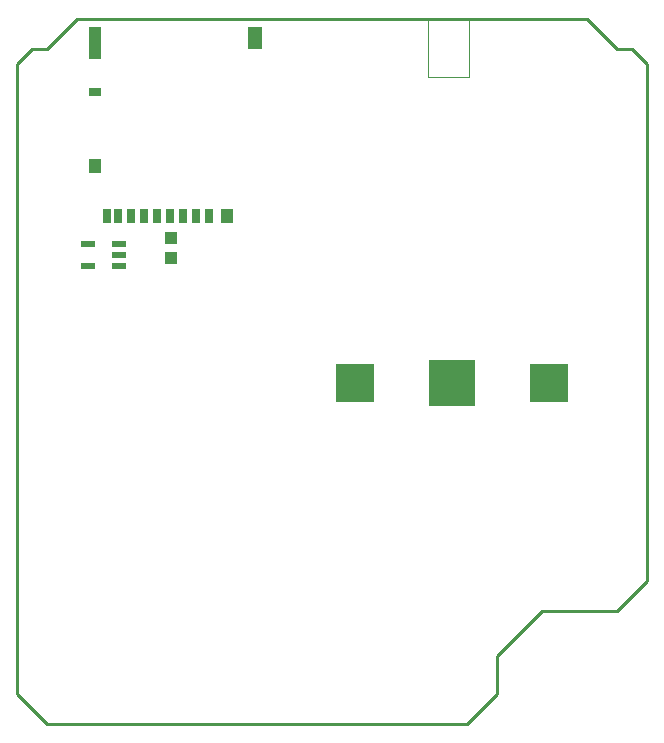
<source format=gbp>
G75*
%MOIN*%
%OFA0B0*%
%FSLAX25Y25*%
%IPPOS*%
%LPD*%
%AMOC8*
5,1,8,0,0,1.08239X$1,22.5*
%
%ADD10C,0.01000*%
%ADD11R,0.15354X0.15354*%
%ADD12R,0.12598X0.12598*%
%ADD13R,0.04724X0.02165*%
%ADD14R,0.02756X0.04724*%
%ADD15R,0.03937X0.04724*%
%ADD16R,0.03937X0.03150*%
%ADD17R,0.03937X0.11024*%
%ADD18R,0.05118X0.07480*%
%ADD19R,0.03937X0.04331*%
%ADD20C,0.00000*%
D10*
X0011500Y0062524D02*
X0001500Y0072524D01*
X0001500Y0282524D01*
X0006500Y0287524D01*
X0011500Y0287524D01*
X0021500Y0297524D01*
X0191500Y0297524D01*
X0201500Y0287524D01*
X0206500Y0287524D01*
X0211500Y0282524D01*
X0211500Y0110024D01*
X0201500Y0100024D01*
X0176500Y0100024D01*
X0161500Y0085024D01*
X0161500Y0072524D01*
X0151500Y0062524D01*
X0011500Y0062524D01*
D11*
X0146500Y0176274D03*
D12*
X0114217Y0176274D03*
X0178783Y0176274D03*
D13*
X0035369Y0215033D03*
X0035369Y0218774D03*
X0035369Y0222514D03*
X0025131Y0222514D03*
X0025131Y0215033D03*
D14*
X0031293Y0231667D03*
X0035033Y0231667D03*
X0039364Y0231667D03*
X0043695Y0231667D03*
X0048026Y0231667D03*
X0052356Y0231667D03*
X0056687Y0231667D03*
X0061018Y0231667D03*
X0065348Y0231667D03*
D15*
X0071451Y0231667D03*
X0027553Y0248596D03*
D16*
X0027553Y0273006D03*
D17*
X0027553Y0289344D03*
D18*
X0080703Y0291116D03*
D19*
X0052750Y0224620D03*
X0052750Y0217927D03*
D20*
X0138508Y0278144D02*
X0151992Y0278144D01*
X0151992Y0297391D01*
X0138508Y0297391D02*
X0138508Y0278144D01*
M02*

</source>
